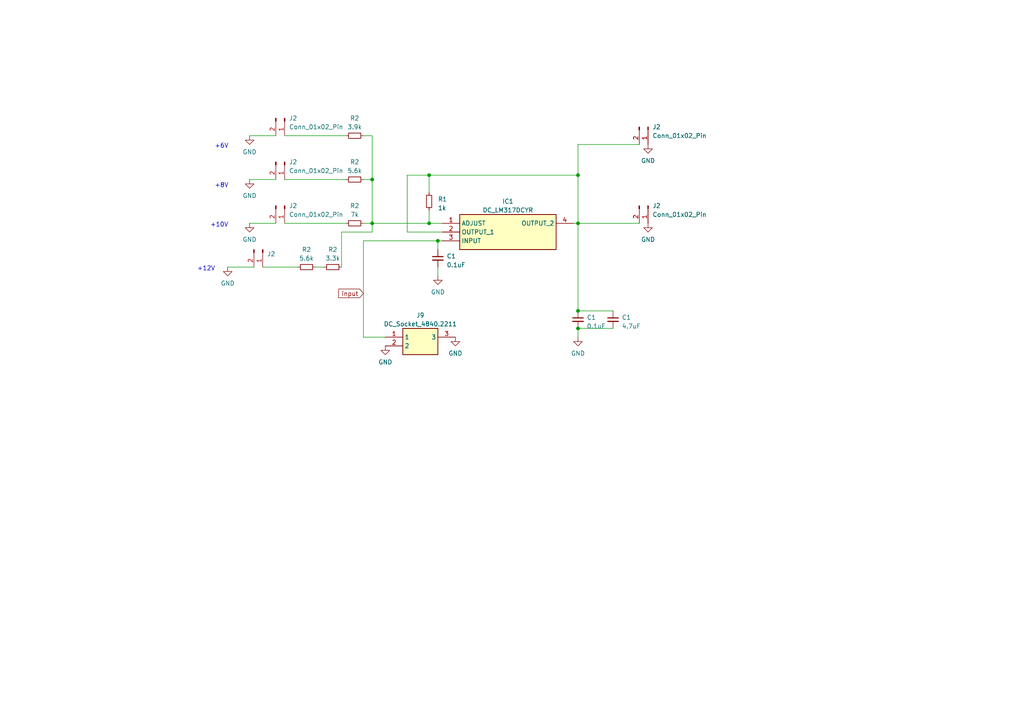
<source format=kicad_sch>
(kicad_sch (version 20230121) (generator eeschema)
  (paper "A4")
  (lib_symbols
    (symbol "Connector:Conn_01x02_Pin" (pin_names (offset 1.016) hide)
      (property "Reference" "J" (at 0 2.54 0))
      (property "Value" "Conn_01x02_Pin" (at 0 -5.08 0))
      (symbol "Conn_01x02_Pin_1_1"
        (polyline (pts (xy 1.27 -2.54) (xy 0.8636 -2.54)) (stroke (width 0.1524)))
        (polyline (pts (xy 1.27 0) (xy 0.8636 0)) (stroke (width 0.1524)))
        (rectangle (start 0.8636 -2.413) (end 0 -2.667) (stroke (width 0.1524)) (fill (type outline)))
        (rectangle (start 0.8636 0.127) (end 0 -0.127) (stroke (width 0.1524)) (fill (type outline)))
        (pin passive line (at 5.08 0 180) (length 3.81) (name "Pin_1") (number "1"))
        (pin passive line (at 5.08 -2.54 180) (length 3.81) (name "Pin_2") (number "2"))
      )
    )
    (symbol "Device:C_Small" (pin_numbers hide) (pin_names (offset 0.254) hide)
      (property "Reference" "C" (at 0.254 1.778 0))
      (property "Value" "C_Small" (at 0.254 -2.032 0))
      (symbol "C_Small_0_1"
        (polyline (pts (xy -1.524 -0.508) (xy 1.524 -0.508)) (stroke (width 0.3302)))
        (polyline (pts (xy -1.524 0.508) (xy 1.524 0.508)) (stroke (width 0.3048)))
      )
      (symbol "C_Small_1_1"
        (pin passive line (at 0 2.54 270) (length 2.032) (name "~") (number "1"))
        (pin passive line (at 0 -2.54 90) (length 2.032) (name "~") (number "2"))
      )
    )
    (symbol "Device:R_Small" (pin_numbers hide) (pin_names (offset 0.254) hide)
      (property "Reference" "R" (at 0.762 0.508 0))
      (property "Value" "R_Small" (at 0.762 -1.016 0))
      (symbol "R_Small_0_1"
        (rectangle (start -0.762 1.778) (end 0.762 -1.778) (stroke (width 0.2032)))
      )
      (symbol "R_Small_1_1"
        (pin passive line (at 0 2.54 270) (length 0.762) (name "~") (number "1"))
        (pin passive line (at 0 -2.54 90) (length 0.762) (name "~") (number "2"))
      )
    )
    (symbol "Radar:DC_LM317MDCYR"
      (property "Reference" "IC" (at 34.29 7.62 0))
      (property "Value" "DC_LM317MDCYR" (at 34.29 5.08 0))
      (symbol "DC_LM317MDCYR_1_1"
        (rectangle (start 5.08 2.54) (end 33.02 -7.62) (stroke (width 0.254)) (fill (type background)))
        (pin passive line (at 0 0 0) (length 5.08) (name "ADJUST") (number "1"))
        (pin passive line (at 0 -2.54 0) (length 5.08) (name "OUTPUT_1") (number "2"))
        (pin passive line (at 0 -5.08 0) (length 5.08) (name "INPUT") (number "3"))
        (pin passive line (at 38.1 0 180) (length 5.08) (name "OUTPUT_2") (number "4"))
      )
    )
    (symbol "Radar:DC_Socket_4840.2211"
      (property "Reference" "J" (at 16.51 7.62 0))
      (property "Value" "DC_Socket_4840.2211" (at 16.51 5.08 0))
      (symbol "DC_Socket_4840.2211_1_1"
        (rectangle (start 5.08 2.54) (end 15.24 -5.08) (stroke (width 0.254)) (fill (type background)))
        (pin passive line (at 0 0 0) (length 5.08) (name "1") (number "1"))
        (pin passive line (at 0 -2.54 0) (length 5.08) (name "2") (number "2"))
        (pin passive line (at 20.32 0 180) (length 5.08) (name "3") (number "3"))
      )
    )
    (symbol "power:GND" (power) (pin_names (offset 0))
      (property "Value" "GND" (at 0 -3.81 0))
      (symbol "GND_0_1"
        (polyline (pts (xy 0 0) (xy 0 -1.27) (xy 1.27 -1.27) (xy 0 -2.54) (xy -1.27 -1.27) (xy 0 -1.27)))
      )
      (symbol "GND_1_1"
        (pin power_in line (at 0 0 270) (length 0) hide (name "GND") (number "1"))
      )
    )
  )
  (junction (at 167.64 95.25))
  (junction (at 107.95 52.07))
  (junction (at 124.46 50.8))
  (junction (at 107.95 64.77))
  (junction (at 124.46 64.77))
  (junction (at 167.64 50.8))
  (junction (at 127 69.85))
  (junction (at 167.64 64.77))
  (junction (at 167.64 90.17))
  (wire (pts (xy 167.64 50.8) (xy 167.64 64.77)))
  (wire (pts (xy 185.42 64.77) (xy 167.64 64.77)))
  (wire (pts (xy 118.11 67.31) (xy 118.11 50.8)))
  (wire (pts (xy 105.41 39.37) (xy 107.95 39.37)))
  (wire (pts (xy 105.41 64.77) (xy 107.95 64.77)))
  (wire (pts (xy 107.95 64.77) (xy 124.46 64.77)))
  (wire (pts (xy 167.64 97.79) (xy 167.64 95.25)))
  (wire (pts (xy 107.95 39.37) (xy 107.95 52.07)))
  (wire (pts (xy 107.95 67.31) (xy 99.06 67.31)))
  (wire (pts (xy 127 80.01) (xy 127 77.47)))
  (wire (pts (xy 118.11 50.8) (xy 124.46 50.8)))
  (wire (pts (xy 72.39 64.77) (xy 80.01 64.77)))
  (wire (pts (xy 72.39 39.37) (xy 80.01 39.37)))
  (wire (pts (xy 124.46 60.96) (xy 124.46 64.77)))
  (wire (pts (xy 76.2 77.47) (xy 86.36 77.47)))
  (wire (pts (xy 124.46 50.8) (xy 167.64 50.8)))
  (wire (pts (xy 107.95 64.77) (xy 107.95 67.31)))
  (wire (pts (xy 105.41 69.85) (xy 127 69.85)))
  (wire (pts (xy 127 72.39) (xy 127 69.85)))
  (wire (pts (xy 105.41 69.85) (xy 105.41 97.79)))
  (wire (pts (xy 167.64 64.77) (xy 167.64 90.17)))
  (wire (pts (xy 82.55 64.77) (xy 100.33 64.77)))
  (wire (pts (xy 99.06 67.31) (xy 99.06 77.47)))
  (wire (pts (xy 105.41 97.79) (xy 111.76 97.79)))
  (wire (pts (xy 82.55 39.37) (xy 100.33 39.37)))
  (wire (pts (xy 167.64 95.25) (xy 177.8 95.25)))
  (wire (pts (xy 72.39 52.07) (xy 80.01 52.07)))
  (wire (pts (xy 128.27 67.31) (xy 118.11 67.31)))
  (wire (pts (xy 167.64 41.91) (xy 167.64 50.8)))
  (wire (pts (xy 82.55 52.07) (xy 100.33 52.07)))
  (wire (pts (xy 177.8 90.17) (xy 167.64 90.17)))
  (wire (pts (xy 127 69.85) (xy 128.27 69.85)))
  (wire (pts (xy 124.46 50.8) (xy 124.46 55.88)))
  (wire (pts (xy 107.95 52.07) (xy 107.95 64.77)))
  (wire (pts (xy 185.42 41.91) (xy 167.64 41.91)))
  (wire (pts (xy 91.44 77.47) (xy 93.98 77.47)))
  (wire (pts (xy 124.46 64.77) (xy 128.27 64.77)))
  (wire (pts (xy 66.04 77.47) (xy 73.66 77.47)))
  (wire (pts (xy 105.41 52.07) (xy 107.95 52.07)))
  (wire (pts (xy 167.64 64.77) (xy 166.37 64.77)))
  (text "+8V" (at 62.23 54.61 0) (effects (font (size 1.27 1.27)) (justify left bottom)))
  (text "+12V" (at 57.15 78.74 0) (effects (font (size 1.27 1.27)) (justify left bottom)))
  (text "+10V" (at 60.96 66.04 0) (effects (font (size 1.27 1.27)) (justify left bottom)))
  (text "+6V" (at 62.23 43.18 0) (effects (font (size 1.27 1.27)) (justify left bottom)))
  (global_label "input" (shape input) (at 105.41 85.09 180) (property "Intersheetrefs" "${INTERSHEET_REFS}" (effects hide)))
  (symbol (lib_id "Connector:Conn_01x02_Pin") (at 187.96 36.83 270) (unit 1)
    (property "Reference" "J2" (at 189.23 36.83 90) (effects (justify left)))
    (property "Value" "Conn_01x02_Pin" (at 189.23 39.37 90) (effects (justify left)))
    (property "Footprint" "Connector_JST:JST_XH_B2B-XH-A_1x02_P2.50mm_Vertical" (effects hide))
    (instances (project "TX_switch_cavity(2mm)" (path "" (reference "J2") (unit 1))) (project "PowerBoard_tunable" (path "" (reference "J2") (unit 1)) (path "" (reference "J3") (unit 1)) (path "" (reference "J5") (unit 1)) (path "" (reference "J7") (unit 1))))
  )
  (symbol (lib_id "Device:R_Small") (at 88.9 77.47 90) (unit 1)
    (property "Reference" "R2" (at 88.9 72.39 90))
    (property "Value" "5.6k" (at 88.9 74.93 90))
    (property "Footprint" "Resistor_SMD:R_0603_1608Metric" (effects hide))
    (instances (project "PowerBoard_tunable" (path "" (reference "R2") (unit 1)) (path "" (reference "R3") (unit 1)) (path "" (reference "R5") (unit 1)) (path "" (reference "R3") (unit 1))) (project "PowerBoard_cavity_20230711" (path "" (reference "R2") (unit 1)) (path "" (reference "R5") (unit 1)) (path "" (reference "R3") (unit 1)) (path "" (reference "R7") (unit 1))))
  )
  (symbol (lib_id "Device:C_Small") (at 177.8 92.71 0) (unit 1)
    (property "Reference" "C1" (at 180.34 92.0813 0) (effects (justify left)))
    (property "Value" "4.7uF" (at 180.34 94.6213 0) (effects (justify left)))
    (property "Footprint" "Capacitor_SMD:C_0603_1608Metric_0603 usual" (effects hide))
    (instances (project "PowerBoard_tunable" (path "" (reference "C1") (unit 1)) (path "" (reference "C2") (unit 1)) (path "" (reference "C3") (unit 1)) (path "" (reference "C11") (unit 1)) (path "" (reference "C12") (unit 1))) (project "PowerBoard_cavity_20230711" (path "" (reference "C17") (unit 1)) (path "" (reference "C51") (unit 1)) (path "" (reference "C26") (unit 1)) (path "" (reference "C52") (unit 1))))
  )
  (symbol (lib_id "Device:R_Small") (at 102.87 39.37 90) (unit 1)
    (property "Reference" "R2" (at 102.87 34.29 90))
    (property "Value" "3.9k" (at 102.87 36.83 90))
    (property "Footprint" "Resistor_SMD:R_0603_1608Metric" (effects hide))
    (instances (project "PowerBoard_tunable" (path "" (reference "R2") (unit 1)) (path "" (reference "R3") (unit 1)) (path "" (reference "R5") (unit 1)) (path "" (reference "R12") (unit 1))) (project "PowerBoard_cavity_20230711" (path "" (reference "R2") (unit 1)) (path "" (reference "R5") (unit 1)) (path "" (reference "R3") (unit 1)) (path "" (reference "R7") (unit 1))))
  )
  (symbol (lib_id "power:GND") (at 72.39 52.07 0) (unit 1)
    (property "Reference" "#PWR04" (effects hide))
    (property "Value" "GND" (at 72.39 56.769 0))
    (instances (project "PowerManage.2" (path "" (reference "#PWR04") (unit 1)) (path "" (reference "#PWR062") (unit 1)) (path "" (reference "#PWR0102") (unit 1)) (path "" (reference "#PWR0142") (unit 1))) (project "PowerBoard_tunable" (path "" (reference "#PWR02") (unit 1)) (path "" (reference "#PWR06") (unit 1)) (path "" (reference "#PWR010") (unit 1)) (path "" (reference "#PWR024") (unit 1))) (project "PowerBoard_cavity_20230711" (path "" (reference "#PWR023") (unit 1)) (path "" (reference "#PWR065") (unit 1)) (path "" (reference "#PWR035") (unit 1)) (path "" (reference "#PWR071") (unit 1))) (project "5V,3.3V,2.5V1.8V" (path "" (reference "#PWR04") (unit 1))))
  )
  (symbol (lib_id "Device:R_Small") (at 96.52 77.47 90) (unit 1)
    (property "Reference" "R2" (at 96.52 72.39 90))
    (property "Value" "3.3k" (at 96.52 74.93 90))
    (property "Footprint" "Resistor_SMD:R_0603_1608Metric" (effects hide))
    (instances (project "PowerBoard_tunable" (path "" (reference "R2") (unit 1)) (path "" (reference "R3") (unit 1)) (path "" (reference "R5") (unit 1)) (path "" (reference "R2") (unit 1))) (project "PowerBoard_cavity_20230711" (path "" (reference "R2") (unit 1)) (path "" (reference "R5") (unit 1)) (path "" (reference "R3") (unit 1)) (path "" (reference "R7") (unit 1))))
  )
  (symbol (lib_id "Radar:DC_LM317MDCYR") (at 128.27 64.77 0) (unit 1)
    (property "Reference" "IC1" (at 147.32 58.42 0))
    (property "Value" "DC_LM317DCYR" (at 147.32 60.96 0))
    (property "Footprint" "Music_Lab:DC_LM317_SOT230P700X180-4N" (effects hide))
    (property "Datasheet" "http://www.ti.com/lit/gpn/lm317m" (effects hide))
    (property "Height" "1.8" (effects hide))
    (property "Mouser Part Number" "595-LM317MDCYR" (effects hide))
    (property "Mouser Price/Stock" "https://www.mouser.co.uk/ProductDetail/Texas-Instruments/LM317MDCYR?qs=JS6RUWRH9DWKuMPAAfpOMw%3D%3D" (effects hide))
    (property "Manufacturer_Name" "Texas Instruments" (effects hide))
    (property "Manufacturer_Part_Number" "LM317MDCYR" (effects hide))
    (instances (project "PowerBoard_tunable" (path "" (reference "IC1") (unit 1)) (path "" (reference "IC2") (unit 1)) (path "" (reference "IC3") (unit 1)) (path "" (reference "IC4") (unit 1))))
  )
  (symbol (lib_id "Radar:DC_Socket_4840.2211") (at 111.76 97.79 0) (unit 1)
    (property "Reference" "J9" (at 121.92 91.44 0))
    (property "Value" "DC_Socket_4840.2211" (at 121.92 93.98 0))
    (property "Footprint" "Music_Lab:DC_Socket_48402211" (effects hide))
    (property "Datasheet" "http://www.schurterinc.com/bundles/snceschurter/epim/_ProdPool_/newDS/en/typ_4840.2211.pdf" (effects hide))
    (property "Height" "11" (effects hide))
    (property "Mouser Part Number" "693-4840.2211" (effects hide))
    (property "Mouser Price/Stock" "https://www.mouser.co.uk/ProductDetail/Schurter/4840.2211?qs=wwP%252BWDYHj0YnjLRL9j928g%3D%3D" (effects hide))
    (property "Manufacturer_Name" "SCHURTER" (effects hide))
    (property "Manufacturer_Part_Number" "4840.2211" (effects hide))
  )
  (symbol (lib_id "power:GND") (at 127 80.01 0) (unit 1)
    (property "Reference" "#PWR04" (effects hide))
    (property "Value" "GND" (at 127 84.709 0))
    (instances (project "PowerManage.2" (path "" (reference "#PWR04") (unit 1)) (path "" (reference "#PWR062") (unit 1)) (path "" (reference "#PWR0102") (unit 1)) (path "" (reference "#PWR0142") (unit 1))) (project "PowerBoard_tunable" (path "" (reference "#PWR02") (unit 1)) (path "" (reference "#PWR06") (unit 1)) (path "" (reference "#PWR010") (unit 1)) (path "" (reference "#PWR014") (unit 1))) (project "PowerBoard_cavity_20230711" (path "" (reference "#PWR023") (unit 1)) (path "" (reference "#PWR065") (unit 1)) (path "" (reference "#PWR035") (unit 1)) (path "" (reference "#PWR071") (unit 1))) (project "5V,3.3V,2.5V1.8V" (path "" (reference "#PWR04") (unit 1))))
  )
  (symbol (lib_id "Device:R_Small") (at 102.87 64.77 90) (unit 1)
    (property "Reference" "R2" (at 102.87 59.69 90))
    (property "Value" "7k" (at 102.87 62.23 90))
    (property "Footprint" "Resistor_SMD:R_0603_1608Metric" (effects hide))
    (instances (project "PowerBoard_tunable" (path "" (reference "R2") (unit 1)) (path "" (reference "R3") (unit 1)) (path "" (reference "R5") (unit 1)) (path "" (reference "R7") (unit 1))) (project "PowerBoard_cavity_20230711" (path "" (reference "R2") (unit 1)) (path "" (reference "R5") (unit 1)) (path "" (reference "R3") (unit 1)) (path "" (reference "R7") (unit 1))))
  )
  (symbol (lib_id "Device:R_Small") (at 124.46 58.42 0) (unit 1)
    (property "Reference" "R1" (at 127 57.785 0) (effects (justify left)))
    (property "Value" "1k" (at 127 60.325 0) (effects (justify left)))
    (property "Footprint" "Resistor_SMD:R_0603_1608Metric" (effects hide))
    (instances (project "PowerBoard_tunable" (path "" (reference "R1") (unit 1)) (path "" (reference "R4") (unit 1)) (path "" (reference "R6") (unit 1)) (path "" (reference "R8") (unit 1))) (project "PowerBoard_cavity_20230711" (path "" (reference "R1") (unit 1)) (path "" (reference "R6") (unit 1)) (path "" (reference "R4") (unit 1)) (path "" (reference "R8") (unit 1))))
  )
  (symbol (lib_id "power:GND") (at 132.08 97.79 0) (unit 1)
    (property "Reference" "#PWR04" (effects hide))
    (property "Value" "GND" (at 132.08 102.489 0))
    (instances (project "PowerManage.2" (path "" (reference "#PWR04") (unit 1)) (path "" (reference "#PWR062") (unit 1)) (path "" (reference "#PWR0102") (unit 1)) (path "" (reference "#PWR0142") (unit 1))) (project "PowerBoard_tunable" (path "" (reference "#PWR01") (unit 1)) (path "" (reference "#PWR05") (unit 1)) (path "" (reference "#PWR09") (unit 1)) (path "" (reference "#PWR022") (unit 1))) (project "PowerBoard_cavity_20230711" (path "" (reference "#PWR03") (unit 1)) (path "" (reference "#PWR064") (unit 1)) (path "" (reference "#PWR034") (unit 1)) (path "" (reference "#PWR070") (unit 1))) (project "5V,3.3V,2.5V1.8V" (path "" (reference "#PWR04") (unit 1))))
  )
  (symbol (lib_id "power:GND") (at 187.96 41.91 0) (unit 1)
    (property "Reference" "#PWR04" (effects hide))
    (property "Value" "GND" (at 187.96 46.609 0))
    (instances (project "PowerManage.2" (path "" (reference "#PWR04") (unit 1)) (path "" (reference "#PWR062") (unit 1)) (path "" (reference "#PWR0102") (unit 1)) (path "" (reference "#PWR0142") (unit 1))) (project "PowerBoard_tunable" (path "" (reference "#PWR04") (unit 1)) (path "" (reference "#PWR07") (unit 1)) (path "" (reference "#PWR011") (unit 1)) (path "" (reference "#PWR015") (unit 1))) (project "PowerBoard_cavity_20230711" (path "" (reference "#PWR023") (unit 1)) (path "" (reference "#PWR065") (unit 1)) (path "" (reference "#PWR035") (unit 1)) (path "" (reference "#PWR071") (unit 1))) (project "5V,3.3V,2.5V1.8V" (path "" (reference "#PWR04") (unit 1))))
  )
  (symbol (lib_id "power:GND") (at 111.76 100.33 0) (unit 1)
    (property "Reference" "#PWR04" (effects hide))
    (property "Value" "GND" (at 111.76 105.029 0))
    (instances (project "PowerManage.2" (path "" (reference "#PWR04") (unit 1)) (path "" (reference "#PWR062") (unit 1)) (path "" (reference "#PWR0102") (unit 1)) (path "" (reference "#PWR0142") (unit 1))) (project "PowerBoard_tunable" (path "" (reference "#PWR01") (unit 1)) (path "" (reference "#PWR05") (unit 1)) (path "" (reference "#PWR09") (unit 1)) (path "" (reference "#PWR017") (unit 1))) (project "PowerBoard_cavity_20230711" (path "" (reference "#PWR03") (unit 1)) (path "" (reference "#PWR064") (unit 1)) (path "" (reference "#PWR034") (unit 1)) (path "" (reference "#PWR070") (unit 1))) (project "5V,3.3V,2.5V1.8V" (path "" (reference "#PWR04") (unit 1))))
  )
  (symbol (lib_id "power:GND") (at 66.04 77.47 0) (unit 1)
    (property "Reference" "#PWR04" (effects hide))
    (property "Value" "GND" (at 66.04 82.169 0))
    (instances (project "PowerManage.2" (path "" (reference "#PWR04") (unit 1)) (path "" (reference "#PWR062") (unit 1)) (path "" (reference "#PWR0102") (unit 1)) (path "" (reference "#PWR0142") (unit 1))) (project "PowerBoard_tunable" (path "" (reference "#PWR02") (unit 1)) (path "" (reference "#PWR06") (unit 1)) (path "" (reference "#PWR010") (unit 1)) (path "" (reference "#PWR03") (unit 1))) (project "PowerBoard_cavity_20230711" (path "" (reference "#PWR023") (unit 1)) (path "" (reference "#PWR065") (unit 1)) (path "" (reference "#PWR035") (unit 1)) (path "" (reference "#PWR071") (unit 1))) (project "5V,3.3V,2.5V1.8V" (path "" (reference "#PWR04") (unit 1))))
  )
  (symbol (lib_id "Device:R_Small") (at 102.87 52.07 90) (unit 1)
    (property "Reference" "R2" (at 102.87 46.99 90))
    (property "Value" "5.6k" (at 102.87 49.53 90))
    (property "Footprint" "Resistor_SMD:R_0603_1608Metric" (effects hide))
    (instances (project "PowerBoard_tunable" (path "" (reference "R2") (unit 1)) (path "" (reference "R3") (unit 1)) (path "" (reference "R5") (unit 1)) (path "" (reference "R11") (unit 1))) (project "PowerBoard_cavity_20230711" (path "" (reference "R2") (unit 1)) (path "" (reference "R5") (unit 1)) (path "" (reference "R3") (unit 1)) (path "" (reference "R7") (unit 1))))
  )
  (symbol (lib_id "power:GND") (at 187.96 64.77 0) (unit 1)
    (property "Reference" "#PWR04" (effects hide))
    (property "Value" "GND" (at 187.96 69.469 0))
    (instances (project "PowerManage.2" (path "" (reference "#PWR04") (unit 1)) (path "" (reference "#PWR062") (unit 1)) (path "" (reference "#PWR0102") (unit 1)) (path "" (reference "#PWR0142") (unit 1))) (project "PowerBoard_tunable" (path "" (reference "#PWR04") (unit 1)) (path "" (reference "#PWR07") (unit 1)) (path "" (reference "#PWR011") (unit 1)) (path "" (reference "#PWR034") (unit 1))) (project "PowerBoard_cavity_20230711" (path "" (reference "#PWR023") (unit 1)) (path "" (reference "#PWR065") (unit 1)) (path "" (reference "#PWR035") (unit 1)) (path "" (reference "#PWR071") (unit 1))) (project "5V,3.3V,2.5V1.8V" (path "" (reference "#PWR04") (unit 1))))
  )
  (symbol (lib_id "Connector:Conn_01x02_Pin") (at 82.55 46.99 270) (unit 1)
    (property "Reference" "J2" (at 83.82 46.99 90) (effects (justify left)))
    (property "Value" "Conn_01x02_Pin" (at 83.82 49.53 90) (effects (justify left)))
    (property "Footprint" "Connector_PinHeader_2.54mm:PinHeader_1x02_P2.54mm_Vertical" (effects hide))
    (instances (project "TX_switch_cavity(2mm)" (path "" (reference "J2") (unit 1))) (project "PowerBoard_tunable" (path "" (reference "J2") (unit 1)) (path "" (reference "J3") (unit 1)) (path "" (reference "J5") (unit 1)) (path "" (reference "J12") (unit 1))))
  )
  (symbol (lib_id "Connector:Conn_01x02_Pin") (at 82.55 34.29 270) (unit 1)
    (property "Reference" "J2" (at 83.82 34.29 90) (effects (justify left)))
    (property "Value" "Conn_01x02_Pin" (at 83.82 36.83 90) (effects (justify left)))
    (property "Footprint" "Connector_PinHeader_2.54mm:PinHeader_1x02_P2.54mm_Vertical" (effects hide))
    (instances (project "TX_switch_cavity(2mm)" (path "" (reference "J2") (unit 1))) (project "PowerBoard_tunable" (path "" (reference "J2") (unit 1)) (path "" (reference "J3") (unit 1)) (path "" (reference "J5") (unit 1)) (path "" (reference "J14") (unit 1))))
  )
  (symbol (lib_id "Connector:Conn_01x02_Pin") (at 82.55 59.69 270) (unit 1)
    (property "Reference" "J2" (at 83.82 59.69 90) (effects (justify left)))
    (property "Value" "Conn_01x02_Pin" (at 83.82 62.23 90) (effects (justify left)))
    (property "Footprint" "Connector_PinHeader_2.54mm:PinHeader_1x02_P2.54mm_Vertical" (effects hide))
    (instances (project "TX_switch_cavity(2mm)" (path "" (reference "J2") (unit 1))) (project "PowerBoard_tunable" (path "" (reference "J2") (unit 1)) (path "" (reference "J3") (unit 1)) (path "" (reference "J5") (unit 1)) (path "" (reference "J13") (unit 1))))
  )
  (symbol (lib_id "Device:C_Small") (at 127 74.93 0) (unit 1)
    (property "Reference" "C1" (at 129.54 74.3013 0) (effects (justify left)))
    (property "Value" "0.1uF" (at 129.54 76.8413 0) (effects (justify left)))
    (property "Footprint" "Capacitor_SMD:C_0603_1608Metric_0603 usual" (effects hide))
    (instances (project "PowerBoard_tunable" (path "" (reference "C1") (unit 1)) (path "" (reference "C2") (unit 1)) (path "" (reference "C3") (unit 1)) (path "" (reference "C4") (unit 1))) (project "PowerBoard_cavity_20230711" (path "" (reference "C17") (unit 1)) (path "" (reference "C51") (unit 1)) (path "" (reference "C26") (unit 1)) (path "" (reference "C52") (unit 1))))
  )
  (symbol (lib_id "power:GND") (at 72.39 39.37 0) (unit 1)
    (property "Reference" "#PWR04" (effects hide))
    (property "Value" "GND" (at 72.39 44.069 0))
    (instances (project "PowerManage.2" (path "" (reference "#PWR04") (unit 1)) (path "" (reference "#PWR062") (unit 1)) (path "" (reference "#PWR0102") (unit 1)) (path "" (reference "#PWR0142") (unit 1))) (project "PowerBoard_tunable" (path "" (reference "#PWR02") (unit 1)) (path "" (reference "#PWR06") (unit 1)) (path "" (reference "#PWR010") (unit 1)) (path "" (reference "#PWR025") (unit 1))) (project "PowerBoard_cavity_20230711" (path "" (reference "#PWR023") (unit 1)) (path "" (reference "#PWR065") (unit 1)) (path "" (reference "#PWR035") (unit 1)) (path "" (reference "#PWR071") (unit 1))) (project "5V,3.3V,2.5V1.8V" (path "" (reference "#PWR04") (unit 1))))
  )
  (symbol (lib_id "Device:C_Small") (at 167.64 92.71 0) (unit 1)
    (property "Reference" "C1" (at 170.18 92.0813 0) (effects (justify left)))
    (property "Value" "0.1uF" (at 170.18 94.6213 0) (effects (justify left)))
    (property "Footprint" "Capacitor_SMD:C_0603_1608Metric_0603 usual" (effects hide))
    (instances (project "PowerBoard_tunable" (path "" (reference "C1") (unit 1)) (path "" (reference "C2") (unit 1)) (path "" (reference "C3") (unit 1)) (path "" (reference "C6") (unit 1))) (project "PowerBoard_cavity_20230711" (path "" (reference "C17") (unit 1)) (path "" (reference "C51") (unit 1)) (path "" (reference "C26") (unit 1)) (path "" (reference "C52") (unit 1))))
  )
  (symbol (lib_id "Connector:Conn_01x02_Pin") (at 76.2 72.39 270) (unit 1)
    (property "Reference" "J2" (at 77.47 73.66 90) (effects (justify left)))
    (property "Value" "Conn_01x02_Pin" (effects hide))
    (property "Footprint" "Connector_PinHeader_2.54mm:PinHeader_1x02_P2.54mm_Vertical" (effects hide))
    (instances (project "TX_switch_cavity(2mm)" (path "" (reference "J2") (unit 1))) (project "PowerBoard_tunable" (path "" (reference "J2") (unit 1)) (path "" (reference "J3") (unit 1)) (path "" (reference "J5") (unit 1)) (path "" (reference "J1") (unit 1))))
  )
  (symbol (lib_id "power:GND") (at 72.39 64.77 0) (unit 1)
    (property "Reference" "#PWR04" (effects hide))
    (property "Value" "GND" (at 72.39 69.469 0))
    (instances (project "PowerManage.2" (path "" (reference "#PWR04") (unit 1)) (path "" (reference "#PWR062") (unit 1)) (path "" (reference "#PWR0102") (unit 1)) (path "" (reference "#PWR0142") (unit 1))) (project "PowerBoard_tunable" (path "" (reference "#PWR02") (unit 1)) (path "" (reference "#PWR06") (unit 1)) (path "" (reference "#PWR010") (unit 1)) (path "" (reference "#PWR013") (unit 1))) (project "PowerBoard_cavity_20230711" (path "" (reference "#PWR023") (unit 1)) (path "" (reference "#PWR065") (unit 1)) (path "" (reference "#PWR035") (unit 1)) (path "" (reference "#PWR071") (unit 1))) (project "5V,3.3V,2.5V1.8V" (path "" (reference "#PWR04") (unit 1))))
  )
  (symbol (lib_id "power:GND") (at 167.64 97.79 0) (unit 1)
    (property "Reference" "#PWR04" (effects hide))
    (property "Value" "GND" (at 167.64 102.489 0))
    (instances (project "PowerManage.2" (path "" (reference "#PWR04") (unit 1)) (path "" (reference "#PWR062") (unit 1)) (path "" (reference "#PWR0102") (unit 1)) (path "" (reference "#PWR0142") (unit 1))) (project "PowerBoard_tunable" (path "" (reference "#PWR02") (unit 1)) (path "" (reference "#PWR06") (unit 1)) (path "" (reference "#PWR010") (unit 1)) (path "" (reference "#PWR01") (unit 1))) (project "PowerBoard_cavity_20230711" (path "" (reference "#PWR023") (unit 1)) (path "" (reference "#PWR065") (unit 1)) (path "" (reference "#PWR035") (unit 1)) (path "" (reference "#PWR071") (unit 1))) (project "5V,3.3V,2.5V1.8V" (path "" (reference "#PWR04") (unit 1))))
  )
  (symbol (lib_id "Connector:Conn_01x02_Pin") (at 187.96 59.69 270) (unit 1)
    (property "Reference" "J2" (at 189.23 59.69 90) (effects (justify left)))
    (property "Value" "Conn_01x02_Pin" (at 189.23 62.23 90) (effects (justify left)))
    (property "Footprint" "Connector_JST:JST_XH_B2B-XH-A_1x02_P2.50mm_Vertical" (effects hide))
    (instances (project "TX_switch_cavity(2mm)" (path "" (reference "J2") (unit 1))) (project "PowerBoard_tunable" (path "" (reference "J2") (unit 1)) (path "" (reference "J3") (unit 1)) (path "" (reference "J5") (unit 1)) (path "" (reference "J15") (unit 1))))
  )
)
</source>
